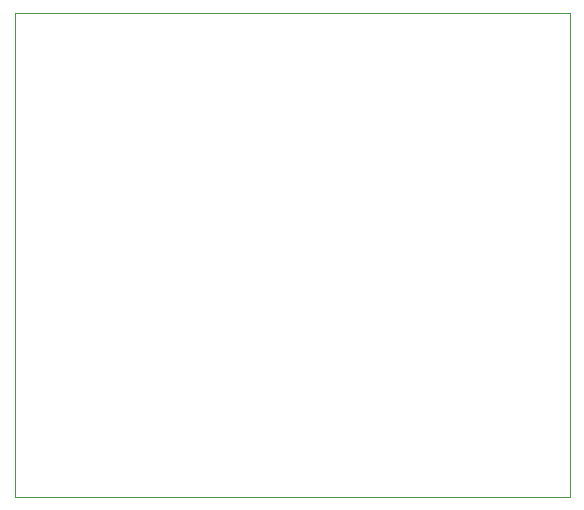
<source format=gbr>
%TF.GenerationSoftware,KiCad,Pcbnew,7.0.1*%
%TF.CreationDate,2023-05-02T18:28:53-06:00*%
%TF.ProjectId,contactor_controller,636f6e74-6163-4746-9f72-5f636f6e7472,rev?*%
%TF.SameCoordinates,Original*%
%TF.FileFunction,Profile,NP*%
%FSLAX46Y46*%
G04 Gerber Fmt 4.6, Leading zero omitted, Abs format (unit mm)*
G04 Created by KiCad (PCBNEW 7.0.1) date 2023-05-02 18:28:53*
%MOMM*%
%LPD*%
G01*
G04 APERTURE LIST*
%TA.AperFunction,Profile*%
%ADD10C,0.100000*%
%TD*%
G04 APERTURE END LIST*
D10*
X110700000Y-119500000D02*
X110700000Y-78500000D01*
X157700000Y-78500000D02*
X157700000Y-119500000D01*
X157700000Y-119500000D02*
X110700000Y-119500000D01*
X110700000Y-78500000D02*
X157700000Y-78500000D01*
M02*

</source>
